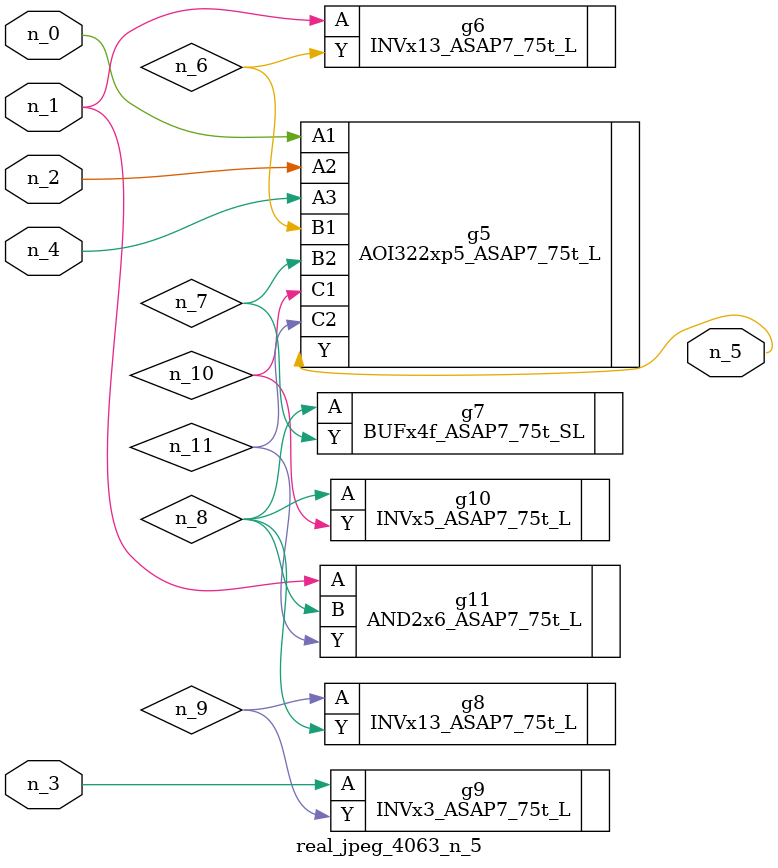
<source format=v>
module real_jpeg_4063_n_5 (n_4, n_0, n_1, n_2, n_3, n_5);

input n_4;
input n_0;
input n_1;
input n_2;
input n_3;

output n_5;

wire n_8;
wire n_11;
wire n_6;
wire n_7;
wire n_10;
wire n_9;

AOI322xp5_ASAP7_75t_L g5 ( 
.A1(n_0),
.A2(n_2),
.A3(n_4),
.B1(n_6),
.B2(n_7),
.C1(n_10),
.C2(n_11),
.Y(n_5)
);

INVx13_ASAP7_75t_L g6 ( 
.A(n_1),
.Y(n_6)
);

AND2x6_ASAP7_75t_L g11 ( 
.A(n_1),
.B(n_8),
.Y(n_11)
);

INVx3_ASAP7_75t_L g9 ( 
.A(n_3),
.Y(n_9)
);

BUFx4f_ASAP7_75t_SL g7 ( 
.A(n_8),
.Y(n_7)
);

INVx5_ASAP7_75t_L g10 ( 
.A(n_8),
.Y(n_10)
);

INVx13_ASAP7_75t_L g8 ( 
.A(n_9),
.Y(n_8)
);


endmodule
</source>
